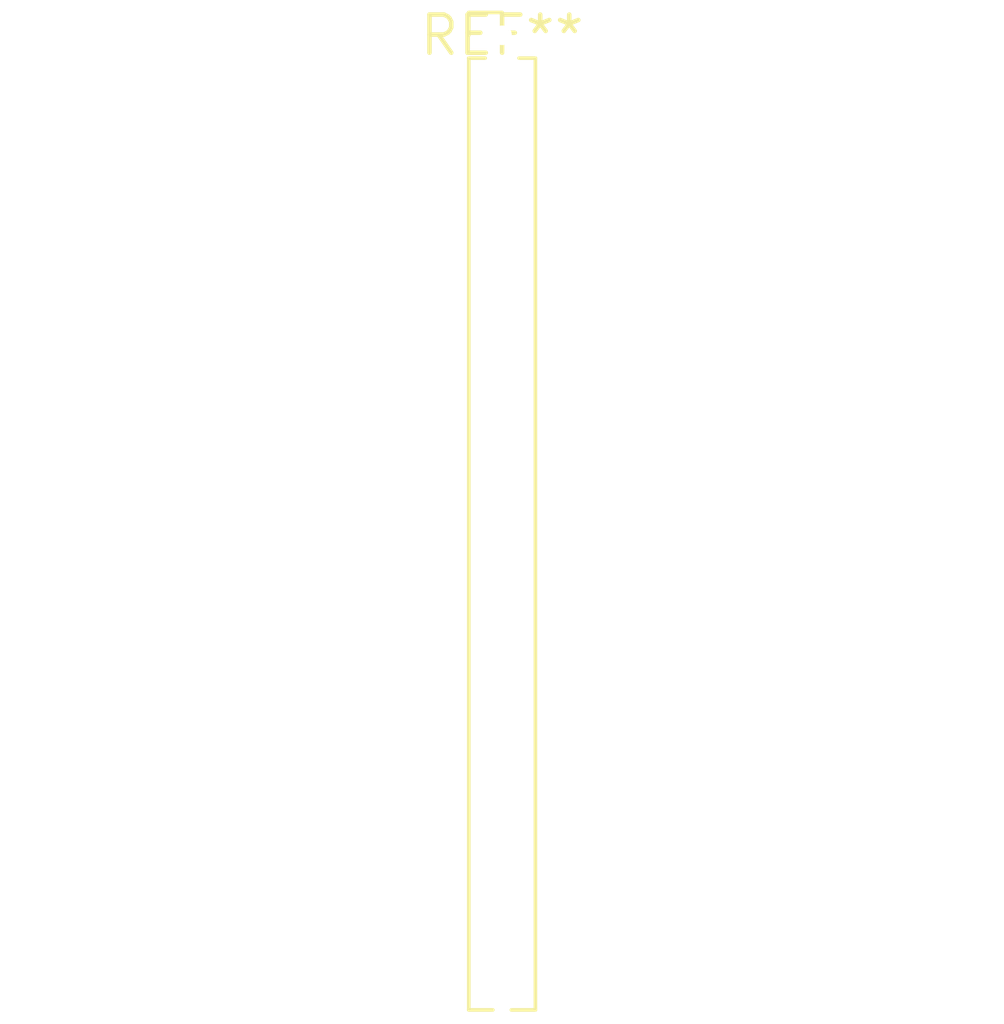
<source format=kicad_pcb>
(kicad_pcb (version 20240108) (generator pcbnew)
  (layers (0 "F.Cu" signal) (31 "B.Cu" signal) (34 "B.Paste" user) (35 "F.Paste" user) (36 "B.SilkS" user "B.Silkscreen") (37 "F.SilkS" user "F.Silkscreen") (38 "B.Mask" user) (39 "F.Mask" user) (44 "Edge.Cuts" user))
  (net 0 "")
  (footprint "PinHeader_1x26_P1.27mm_Vertical" (layer "F.Cu") (at 0 0)
    (property "Reference" "REF**")
    (property "Value" "PinHeader_1x26_P1.27mm_Vertical")
    (fp_line (start -1.11 -0.76) (end 0 -0.76) (layer "F.SilkS") (stroke (width 0.12)))
    (fp_line (start -1.11 0) (end -1.11 -0.76) (layer "F.SilkS") (stroke (width 0.12)))
    (fp_line (start -1.11 0.76) (end -1.11 32.445) (layer "F.SilkS") (stroke (width 0.12)))
    (fp_line (start -1.11 0.76) (end -0.563471 0.76) (layer "F.SilkS") (stroke (width 0.12)))
    (fp_line (start -1.11 32.445) (end -0.30753 32.445) (layer "F.SilkS") (stroke (width 0.12)))
    (fp_line (start 0.30753 32.445) (end 1.11 32.445) (layer "F.SilkS") (stroke (width 0.12)))
    (fp_line (start 0.563471 0.76) (end 1.11 0.76) (layer "F.SilkS") (stroke (width 0.12)))
    (fp_line (start 1.11 0.76) (end 1.11 32.445) (layer "F.SilkS") (stroke (width 0.12)))
    (pad "1" thru_hole rect (at 0 0) (size 1 1) (drill 0.65) (layers *.Cu *.Mask) (remove_unused_layers))
    (pad "2" thru_hole oval (at 0 1.27) (size 1 1) (drill 0.65) (layers *.Cu *.Mask) (remove_unused_layers))
    (pad "3" thru_hole oval (at 0 2.54) (size 1 1) (drill 0.65) (layers *.Cu *.Mask) (remove_unused_layers))
    (pad "4" thru_hole oval (at 0 3.81) (size 1 1) (drill 0.65) (layers *.Cu *.Mask) (remove_unused_layers))
    (pad "5" thru_hole oval (at 0 5.08) (size 1 1) (drill 0.65) (layers *.Cu *.Mask) (remove_unused_layers))
    (pad "6" thru_hole oval (at 0 6.35) (size 1 1) (drill 0.65) (layers *.Cu *.Mask) (remove_unused_layers))
    (pad "7" thru_hole oval (at 0 7.62) (size 1 1) (drill 0.65) (layers *.Cu *.Mask) (remove_unused_layers))
    (pad "8" thru_hole oval (at 0 8.89) (size 1 1) (drill 0.65) (layers *.Cu *.Mask) (remove_unused_layers))
    (pad "9" thru_hole oval (at 0 10.16) (size 1 1) (drill 0.65) (layers *.Cu *.Mask) (remove_unused_layers))
    (pad "10" thru_hole oval (at 0 11.43) (size 1 1) (drill 0.65) (layers *.Cu *.Mask) (remove_unused_layers))
    (pad "11" thru_hole oval (at 0 12.7) (size 1 1) (drill 0.65) (layers *.Cu *.Mask) (remove_unused_layers))
    (pad "12" thru_hole oval (at 0 13.97) (size 1 1) (drill 0.65) (layers *.Cu *.Mask) (remove_unused_layers))
    (pad "13" thru_hole oval (at 0 15.24) (size 1 1) (drill 0.65) (layers *.Cu *.Mask) (remove_unused_layers))
    (pad "14" thru_hole oval (at 0 16.51) (size 1 1) (drill 0.65) (layers *.Cu *.Mask) (remove_unused_layers))
    (pad "15" thru_hole oval (at 0 17.78) (size 1 1) (drill 0.65) (layers *.Cu *.Mask) (remove_unused_layers))
    (pad "16" thru_hole oval (at 0 19.05) (size 1 1) (drill 0.65) (layers *.Cu *.Mask) (remove_unused_layers))
    (pad "17" thru_hole oval (at 0 20.32) (size 1 1) (drill 0.65) (layers *.Cu *.Mask) (remove_unused_layers))
    (pad "18" thru_hole oval (at 0 21.59) (size 1 1) (drill 0.65) (layers *.Cu *.Mask) (remove_unused_layers))
    (pad "19" thru_hole oval (at 0 22.86) (size 1 1) (drill 0.65) (layers *.Cu *.Mask) (remove_unused_layers))
    (pad "20" thru_hole oval (at 0 24.13) (size 1 1) (drill 0.65) (layers *.Cu *.Mask) (remove_unused_layers))
    (pad "21" thru_hole oval (at 0 25.4) (size 1 1) (drill 0.65) (layers *.Cu *.Mask) (remove_unused_layers))
    (pad "22" thru_hole oval (at 0 26.67) (size 1 1) (drill 0.65) (layers *.Cu *.Mask) (remove_unused_layers))
    (pad "23" thru_hole oval (at 0 27.94) (size 1 1) (drill 0.65) (layers *.Cu *.Mask) (remove_unused_layers))
    (pad "24" thru_hole oval (at 0 29.21) (size 1 1) (drill 0.65) (layers *.Cu *.Mask) (remove_unused_layers))
    (pad "25" thru_hole oval (at 0 30.48) (size 1 1) (drill 0.65) (layers *.Cu *.Mask) (remove_unused_layers))
    (pad "26" thru_hole oval (at 0 31.75) (size 1 1) (drill 0.65) (layers *.Cu *.Mask) (remove_unused_layers))
  )
)
</source>
